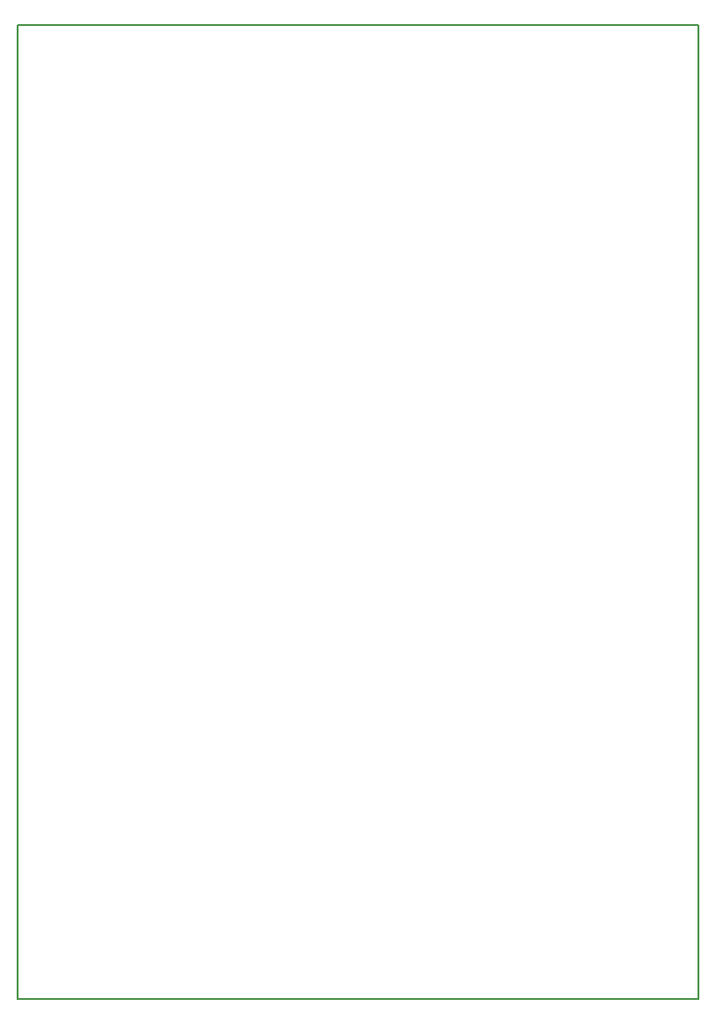
<source format=gbr>
G04 DipTrace 2.2.0.9*
%INBoardOutline.gbr*%
%MOIN*%
%ADD11C,0.0055*%
%FSLAX44Y44*%
%SFA1B1*%
%OFA0B0*%
G04*
G70*
G90*
G75*
G01*
%LNBoardOutline*%
%LPD*%
X28437Y3937D2*
D11*
Y38937D1*
X3937D1*
Y3937D1*
X28437D1*
M02*

</source>
